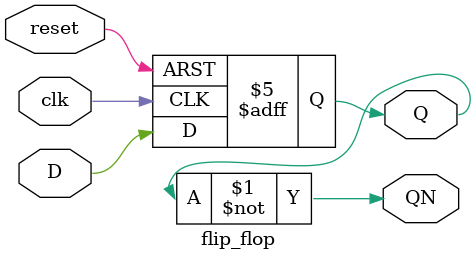
<source format=v>
`timescale 1ns / 1ps


module flip_flop(
    input clk,
    input reset,
    input D,
    output reg Q,
    output wire QN
);

initial Q = 1'b0;

assign QN = ~Q;

always @(posedge clk or negedge reset) begin
    if (!reset)
        Q <= 1'b0;
    else
        Q <= D;
end


endmodule

</source>
